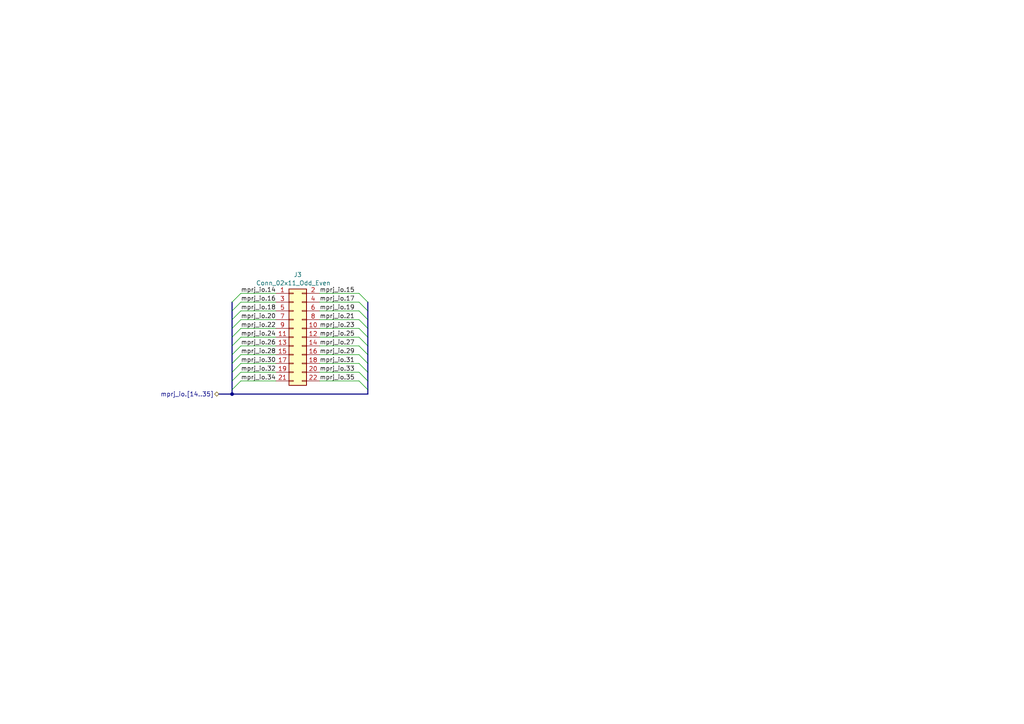
<source format=kicad_sch>
(kicad_sch (version 20231120) (generator "eeschema") (generator_version "8.0")
  (paper "A4")
  (title_block (date "2024-05-30") (rev "0.1"))
  (lib_symbols
    (symbol "Connector_Generic:Conn_02x11_Odd_Even" (pin_names (offset 1.016) hide)
      (property "Reference" "J" (at 1.27 15.24 0))
      (property "Value" "Conn_02x11_Odd_Even" (at 1.27 -15.24 0))
      (symbol "Conn_02x11_Odd_Even_1_1"
        (rectangle (start -1.27 -12.573) (end 0 -12.827) (stroke (width 0.1524)))
        (rectangle (start -1.27 -10.033) (end 0 -10.287) (stroke (width 0.1524)))
        (rectangle (start -1.27 -7.493) (end 0 -7.747) (stroke (width 0.1524)))
        (rectangle (start -1.27 -4.953) (end 0 -5.207) (stroke (width 0.1524)))
        (rectangle (start -1.27 -2.413) (end 0 -2.667) (stroke (width 0.1524)))
        (rectangle (start -1.27 0.127) (end 0 -0.127) (stroke (width 0.1524)))
        (rectangle (start -1.27 2.667) (end 0 2.413) (stroke (width 0.1524)))
        (rectangle (start -1.27 5.207) (end 0 4.953) (stroke (width 0.1524)))
        (rectangle (start -1.27 7.747) (end 0 7.493) (stroke (width 0.1524)))
        (rectangle (start -1.27 10.287) (end 0 10.033) (stroke (width 0.1524)))
        (rectangle (start -1.27 12.827) (end 0 12.573) (stroke (width 0.1524)))
        (rectangle (start -1.27 13.97) (end 3.81 -13.97) (stroke (width 0.254)) (fill (type background)))
        (rectangle (start 3.81 -12.573) (end 2.54 -12.827) (stroke (width 0.1524)))
        (rectangle (start 3.81 -10.033) (end 2.54 -10.287) (stroke (width 0.1524)))
        (rectangle (start 3.81 -7.493) (end 2.54 -7.747) (stroke (width 0.1524)))
        (rectangle (start 3.81 -4.953) (end 2.54 -5.207) (stroke (width 0.1524)))
        (rectangle (start 3.81 -2.413) (end 2.54 -2.667) (stroke (width 0.1524)))
        (rectangle (start 3.81 0.127) (end 2.54 -0.127) (stroke (width 0.1524)))
        (rectangle (start 3.81 2.667) (end 2.54 2.413) (stroke (width 0.1524)))
        (rectangle (start 3.81 5.207) (end 2.54 4.953) (stroke (width 0.1524)))
        (rectangle (start 3.81 7.747) (end 2.54 7.493) (stroke (width 0.1524)))
        (rectangle (start 3.81 10.287) (end 2.54 10.033) (stroke (width 0.1524)))
        (rectangle (start 3.81 12.827) (end 2.54 12.573) (stroke (width 0.1524)))
        (pin passive line (at -5.08 12.7 0) (length 3.81) (name "Pin_1") (number "1"))
        (pin passive line (at 7.62 2.54 180) (length 3.81) (name "Pin_10") (number "10"))
        (pin passive line (at -5.08 0 0) (length 3.81) (name "Pin_11") (number "11"))
        (pin passive line (at 7.62 0 180) (length 3.81) (name "Pin_12") (number "12"))
        (pin passive line (at -5.08 -2.54 0) (length 3.81) (name "Pin_13") (number "13"))
        (pin passive line (at 7.62 -2.54 180) (length 3.81) (name "Pin_14") (number "14"))
        (pin passive line (at -5.08 -5.08 0) (length 3.81) (name "Pin_15") (number "15"))
        (pin passive line (at 7.62 -5.08 180) (length 3.81) (name "Pin_16") (number "16"))
        (pin passive line (at -5.08 -7.62 0) (length 3.81) (name "Pin_17") (number "17"))
        (pin passive line (at 7.62 -7.62 180) (length 3.81) (name "Pin_18") (number "18"))
        (pin passive line (at -5.08 -10.16 0) (length 3.81) (name "Pin_19") (number "19"))
        (pin passive line (at 7.62 12.7 180) (length 3.81) (name "Pin_2") (number "2"))
        (pin passive line (at 7.62 -10.16 180) (length 3.81) (name "Pin_20") (number "20"))
        (pin passive line (at -5.08 -12.7 0) (length 3.81) (name "Pin_21") (number "21"))
        (pin passive line (at 7.62 -12.7 180) (length 3.81) (name "Pin_22") (number "22"))
        (pin passive line (at -5.08 10.16 0) (length 3.81) (name "Pin_3") (number "3"))
        (pin passive line (at 7.62 10.16 180) (length 3.81) (name "Pin_4") (number "4"))
        (pin passive line (at -5.08 7.62 0) (length 3.81) (name "Pin_5") (number "5"))
        (pin passive line (at 7.62 7.62 180) (length 3.81) (name "Pin_6") (number "6"))
        (pin passive line (at -5.08 5.08 0) (length 3.81) (name "Pin_7") (number "7"))
        (pin passive line (at 7.62 5.08 180) (length 3.81) (name "Pin_8") (number "8"))
        (pin passive line (at -5.08 2.54 0) (length 3.81) (name "Pin_9") (number "9"))
      )
    )
  )
  (junction (at 67.31 114.3))
  (bus_entry (at 104.14 95.25) (size 2.54 2.54))
  (bus_entry (at 104.14 100.33) (size 2.54 2.54))
  (bus_entry (at 69.85 92.71) (size -2.54 2.54))
  (bus_entry (at 69.85 87.63) (size -2.54 2.54))
  (bus_entry (at 69.85 102.87) (size -2.54 2.54))
  (bus_entry (at 69.85 97.79) (size -2.54 2.54))
  (bus_entry (at 69.85 105.41) (size -2.54 2.54))
  (bus_entry (at 104.14 110.49) (size 2.54 2.54))
  (bus_entry (at 104.14 102.87) (size 2.54 2.54))
  (bus_entry (at 69.85 110.49) (size -2.54 2.54))
  (bus_entry (at 104.14 105.41) (size 2.54 2.54))
  (bus_entry (at 69.85 100.33) (size -2.54 2.54))
  (bus_entry (at 104.14 90.17) (size 2.54 2.54))
  (bus_entry (at 69.85 85.09) (size -2.54 2.54))
  (bus_entry (at 104.14 97.79) (size 2.54 2.54))
  (bus_entry (at 104.14 85.09) (size 2.54 2.54))
  (bus_entry (at 69.85 95.25) (size -2.54 2.54))
  (bus_entry (at 104.14 92.71) (size 2.54 2.54))
  (bus_entry (at 69.85 90.17) (size -2.54 2.54))
  (bus_entry (at 104.14 87.63) (size 2.54 2.54))
  (bus_entry (at 69.85 107.95) (size -2.54 2.54))
  (bus_entry (at 104.14 107.95) (size 2.54 2.54))
  (bus (pts (xy 67.31 97.79) (xy 67.31 100.33)))
  (wire (pts (xy 69.85 90.17) (xy 80.01 90.17)))
  (wire (pts (xy 69.85 87.63) (xy 80.01 87.63)))
  (wire (pts (xy 92.71 102.87) (xy 104.14 102.87)))
  (wire (pts (xy 92.71 92.71) (xy 104.14 92.71)))
  (wire (pts (xy 92.71 100.33) (xy 104.14 100.33)))
  (bus (pts (xy 67.31 92.71) (xy 67.31 95.25)))
  (wire (pts (xy 69.85 92.71) (xy 80.01 92.71)))
  (bus (pts (xy 106.68 100.33) (xy 106.68 102.87)))
  (bus (pts (xy 67.31 90.17) (xy 67.31 92.71)))
  (wire (pts (xy 69.85 97.79) (xy 80.01 97.79)))
  (bus (pts (xy 67.31 110.49) (xy 67.31 113.03)))
  (bus (pts (xy 106.68 105.41) (xy 106.68 107.95)))
  (bus (pts (xy 106.68 113.03) (xy 106.68 114.3)))
  (wire (pts (xy 69.85 95.25) (xy 80.01 95.25)))
  (wire (pts (xy 69.85 102.87) (xy 80.01 102.87)))
  (wire (pts (xy 69.85 110.49) (xy 80.01 110.49)))
  (bus (pts (xy 67.31 107.95) (xy 67.31 110.49)))
  (wire (pts (xy 92.71 97.79) (xy 104.14 97.79)))
  (bus (pts (xy 106.68 102.87) (xy 106.68 105.41)))
  (wire (pts (xy 92.71 85.09) (xy 104.14 85.09)))
  (bus (pts (xy 106.68 110.49) (xy 106.68 113.03)))
  (wire (pts (xy 69.85 107.95) (xy 80.01 107.95)))
  (bus (pts (xy 67.31 114.3) (xy 106.68 114.3)))
  (bus (pts (xy 106.68 87.63) (xy 106.68 90.17)))
  (bus (pts (xy 63.5 114.3) (xy 67.31 114.3)))
  (bus (pts (xy 67.31 100.33) (xy 67.31 102.87)))
  (bus (pts (xy 106.68 92.71) (xy 106.68 95.25)))
  (wire (pts (xy 92.71 105.41) (xy 104.14 105.41)))
  (bus (pts (xy 106.68 90.17) (xy 106.68 92.71)))
  (bus (pts (xy 67.31 87.63) (xy 67.31 90.17)))
  (bus (pts (xy 67.31 95.25) (xy 67.31 97.79)))
  (bus (pts (xy 106.68 95.25) (xy 106.68 97.79)))
  (wire (pts (xy 92.71 95.25) (xy 104.14 95.25)))
  (wire (pts (xy 92.71 107.95) (xy 104.14 107.95)))
  (wire (pts (xy 92.71 110.49) (xy 104.14 110.49)))
  (wire (pts (xy 69.85 105.41) (xy 80.01 105.41)))
  (wire (pts (xy 92.71 87.63) (xy 104.14 87.63)))
  (wire (pts (xy 69.85 100.33) (xy 80.01 100.33)))
  (bus (pts (xy 67.31 102.87) (xy 67.31 105.41)))
  (bus (pts (xy 67.31 105.41) (xy 67.31 107.95)))
  (wire (pts (xy 69.85 85.09) (xy 80.01 85.09)))
  (bus (pts (xy 106.68 97.79) (xy 106.68 100.33)))
  (wire (pts (xy 92.71 90.17) (xy 104.14 90.17)))
  (bus (pts (xy 67.31 113.03) (xy 67.31 114.3)))
  (bus (pts (xy 106.68 107.95) (xy 106.68 110.49)))
  (label "mprj_io.29" (at 92.71 102.87 0))
  (label "mprj_io.17" (at 92.71 87.63 0))
  (label "mprj_io.24" (at 69.85 97.79 0))
  (label "mprj_io.16" (at 69.85 87.63 0))
  (label "mprj_io.15" (at 92.71 85.09 0))
  (label "mprj_io.18" (at 69.85 90.17 0))
  (label "mprj_io.27" (at 92.71 100.33 0))
  (label "mprj_io.21" (at 92.71 92.71 0))
  (label "mprj_io.20" (at 69.85 92.71 0))
  (label "mprj_io.35" (at 92.71 110.49 0))
  (label "mprj_io.31" (at 92.71 105.41 0))
  (label "mprj_io.28" (at 69.85 102.87 0))
  (label "mprj_io.19" (at 92.71 90.17 0))
  (label "mprj_io.22" (at 69.85 95.25 0))
  (label "mprj_io.23" (at 92.71 95.25 0))
  (label "mprj_io.14" (at 69.85 85.09 0))
  (label "mprj_io.32" (at 69.85 107.95 0))
  (label "mprj_io.25" (at 92.71 97.79 0))
  (label "mprj_io.33" (at 92.71 107.95 0))
  (label "mprj_io.26" (at 69.85 100.33 0))
  (label "mprj_io.34" (at 69.85 110.49 0))
  (label "mprj_io.30" (at 69.85 105.41 0))
  (hierarchical_label "mprj_io.[14..35]" (shape bidirectional) (at 63.5 114.3 180))
  (symbol (lib_id "Connector_Generic:Conn_02x11_Odd_Even") (at 85.09 97.79 0) (unit 1)
    (property "Reference" "J3" (at 86.36 79.6755 0))
    (property "Value" "Conn_02x11_Odd_Even" (at 85.09 82.0998 0))
    (property "Footprint" "Connector_PinHeader_2.54mm:PinHeader_2x11_P2.54mm_Vertical" (effects (hide yes)))
    (property "Description" "Generic connector, double row, 02x11, odd/even pin numbering scheme (row 1 odd numbers, row 2 even numbers), script generated (kicad-library-utils/schlib/autogen/connector/)" (effects (hide yes)))
  )
)
</source>
